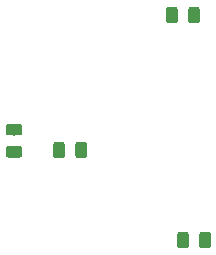
<source format=gbr>
G04 #@! TF.GenerationSoftware,KiCad,Pcbnew,6.0.0-rc1-unknown-7c960aa~66~ubuntu18.04.1*
G04 #@! TF.CreationDate,2018-10-18T20:47:30-04:00*
G04 #@! TF.ProjectId,Tach Circuit,5461636820436972637569742E6B6963,rev?*
G04 #@! TF.SameCoordinates,Original*
G04 #@! TF.FileFunction,Paste,Top*
G04 #@! TF.FilePolarity,Positive*
%FSLAX46Y46*%
G04 Gerber Fmt 4.6, Leading zero omitted, Abs format (unit mm)*
G04 Created by KiCad (PCBNEW 6.0.0-rc1-unknown-7c960aa~66~ubuntu18.04.1) date Thu 18 Oct 2018 08:47:30 PM EDT*
%MOMM*%
%LPD*%
G01*
G04 APERTURE LIST*
%ADD10C,0.100000*%
%ADD11C,0.975000*%
G04 APERTURE END LIST*
D10*
G04 #@! TO.C,R2*
G36*
X143172642Y104838826D02*
X143196303Y104835316D01*
X143219507Y104829504D01*
X143242029Y104821446D01*
X143263653Y104811218D01*
X143284170Y104798921D01*
X143303383Y104784671D01*
X143321107Y104768607D01*
X143337171Y104750883D01*
X143351421Y104731670D01*
X143363718Y104711153D01*
X143373946Y104689529D01*
X143382004Y104667007D01*
X143387816Y104643803D01*
X143391326Y104620142D01*
X143392500Y104596250D01*
X143392500Y103683750D01*
X143391326Y103659858D01*
X143387816Y103636197D01*
X143382004Y103612993D01*
X143373946Y103590471D01*
X143363718Y103568847D01*
X143351421Y103548330D01*
X143337171Y103529117D01*
X143321107Y103511393D01*
X143303383Y103495329D01*
X143284170Y103481079D01*
X143263653Y103468782D01*
X143242029Y103458554D01*
X143219507Y103450496D01*
X143196303Y103444684D01*
X143172642Y103441174D01*
X143148750Y103440000D01*
X142661250Y103440000D01*
X142637358Y103441174D01*
X142613697Y103444684D01*
X142590493Y103450496D01*
X142567971Y103458554D01*
X142546347Y103468782D01*
X142525830Y103481079D01*
X142506617Y103495329D01*
X142488893Y103511393D01*
X142472829Y103529117D01*
X142458579Y103548330D01*
X142446282Y103568847D01*
X142436054Y103590471D01*
X142427996Y103612993D01*
X142422184Y103636197D01*
X142418674Y103659858D01*
X142417500Y103683750D01*
X142417500Y104596250D01*
X142418674Y104620142D01*
X142422184Y104643803D01*
X142427996Y104667007D01*
X142436054Y104689529D01*
X142446282Y104711153D01*
X142458579Y104731670D01*
X142472829Y104750883D01*
X142488893Y104768607D01*
X142506617Y104784671D01*
X142525830Y104798921D01*
X142546347Y104811218D01*
X142567971Y104821446D01*
X142590493Y104829504D01*
X142613697Y104835316D01*
X142637358Y104838826D01*
X142661250Y104840000D01*
X143148750Y104840000D01*
X143172642Y104838826D01*
X143172642Y104838826D01*
G37*
D11*
X142905000Y104140000D03*
D10*
G36*
X145047642Y104838826D02*
X145071303Y104835316D01*
X145094507Y104829504D01*
X145117029Y104821446D01*
X145138653Y104811218D01*
X145159170Y104798921D01*
X145178383Y104784671D01*
X145196107Y104768607D01*
X145212171Y104750883D01*
X145226421Y104731670D01*
X145238718Y104711153D01*
X145248946Y104689529D01*
X145257004Y104667007D01*
X145262816Y104643803D01*
X145266326Y104620142D01*
X145267500Y104596250D01*
X145267500Y103683750D01*
X145266326Y103659858D01*
X145262816Y103636197D01*
X145257004Y103612993D01*
X145248946Y103590471D01*
X145238718Y103568847D01*
X145226421Y103548330D01*
X145212171Y103529117D01*
X145196107Y103511393D01*
X145178383Y103495329D01*
X145159170Y103481079D01*
X145138653Y103468782D01*
X145117029Y103458554D01*
X145094507Y103450496D01*
X145071303Y103444684D01*
X145047642Y103441174D01*
X145023750Y103440000D01*
X144536250Y103440000D01*
X144512358Y103441174D01*
X144488697Y103444684D01*
X144465493Y103450496D01*
X144442971Y103458554D01*
X144421347Y103468782D01*
X144400830Y103481079D01*
X144381617Y103495329D01*
X144363893Y103511393D01*
X144347829Y103529117D01*
X144333579Y103548330D01*
X144321282Y103568847D01*
X144311054Y103590471D01*
X144302996Y103612993D01*
X144297184Y103636197D01*
X144293674Y103659858D01*
X144292500Y103683750D01*
X144292500Y104596250D01*
X144293674Y104620142D01*
X144297184Y104643803D01*
X144302996Y104667007D01*
X144311054Y104689529D01*
X144321282Y104711153D01*
X144333579Y104731670D01*
X144347829Y104750883D01*
X144363893Y104768607D01*
X144381617Y104784671D01*
X144400830Y104798921D01*
X144421347Y104811218D01*
X144442971Y104821446D01*
X144465493Y104829504D01*
X144488697Y104835316D01*
X144512358Y104838826D01*
X144536250Y104840000D01*
X145023750Y104840000D01*
X145047642Y104838826D01*
X145047642Y104838826D01*
G37*
D11*
X144780000Y104140000D03*
G04 #@! TD*
D10*
G04 #@! TO.C,R1*
G36*
X135492642Y93408826D02*
X135516303Y93405316D01*
X135539507Y93399504D01*
X135562029Y93391446D01*
X135583653Y93381218D01*
X135604170Y93368921D01*
X135623383Y93354671D01*
X135641107Y93338607D01*
X135657171Y93320883D01*
X135671421Y93301670D01*
X135683718Y93281153D01*
X135693946Y93259529D01*
X135702004Y93237007D01*
X135707816Y93213803D01*
X135711326Y93190142D01*
X135712500Y93166250D01*
X135712500Y92253750D01*
X135711326Y92229858D01*
X135707816Y92206197D01*
X135702004Y92182993D01*
X135693946Y92160471D01*
X135683718Y92138847D01*
X135671421Y92118330D01*
X135657171Y92099117D01*
X135641107Y92081393D01*
X135623383Y92065329D01*
X135604170Y92051079D01*
X135583653Y92038782D01*
X135562029Y92028554D01*
X135539507Y92020496D01*
X135516303Y92014684D01*
X135492642Y92011174D01*
X135468750Y92010000D01*
X134981250Y92010000D01*
X134957358Y92011174D01*
X134933697Y92014684D01*
X134910493Y92020496D01*
X134887971Y92028554D01*
X134866347Y92038782D01*
X134845830Y92051079D01*
X134826617Y92065329D01*
X134808893Y92081393D01*
X134792829Y92099117D01*
X134778579Y92118330D01*
X134766282Y92138847D01*
X134756054Y92160471D01*
X134747996Y92182993D01*
X134742184Y92206197D01*
X134738674Y92229858D01*
X134737500Y92253750D01*
X134737500Y93166250D01*
X134738674Y93190142D01*
X134742184Y93213803D01*
X134747996Y93237007D01*
X134756054Y93259529D01*
X134766282Y93281153D01*
X134778579Y93301670D01*
X134792829Y93320883D01*
X134808893Y93338607D01*
X134826617Y93354671D01*
X134845830Y93368921D01*
X134866347Y93381218D01*
X134887971Y93391446D01*
X134910493Y93399504D01*
X134933697Y93405316D01*
X134957358Y93408826D01*
X134981250Y93410000D01*
X135468750Y93410000D01*
X135492642Y93408826D01*
X135492642Y93408826D01*
G37*
D11*
X135225000Y92710000D03*
D10*
G36*
X133617642Y93408826D02*
X133641303Y93405316D01*
X133664507Y93399504D01*
X133687029Y93391446D01*
X133708653Y93381218D01*
X133729170Y93368921D01*
X133748383Y93354671D01*
X133766107Y93338607D01*
X133782171Y93320883D01*
X133796421Y93301670D01*
X133808718Y93281153D01*
X133818946Y93259529D01*
X133827004Y93237007D01*
X133832816Y93213803D01*
X133836326Y93190142D01*
X133837500Y93166250D01*
X133837500Y92253750D01*
X133836326Y92229858D01*
X133832816Y92206197D01*
X133827004Y92182993D01*
X133818946Y92160471D01*
X133808718Y92138847D01*
X133796421Y92118330D01*
X133782171Y92099117D01*
X133766107Y92081393D01*
X133748383Y92065329D01*
X133729170Y92051079D01*
X133708653Y92038782D01*
X133687029Y92028554D01*
X133664507Y92020496D01*
X133641303Y92014684D01*
X133617642Y92011174D01*
X133593750Y92010000D01*
X133106250Y92010000D01*
X133082358Y92011174D01*
X133058697Y92014684D01*
X133035493Y92020496D01*
X133012971Y92028554D01*
X132991347Y92038782D01*
X132970830Y92051079D01*
X132951617Y92065329D01*
X132933893Y92081393D01*
X132917829Y92099117D01*
X132903579Y92118330D01*
X132891282Y92138847D01*
X132881054Y92160471D01*
X132872996Y92182993D01*
X132867184Y92206197D01*
X132863674Y92229858D01*
X132862500Y92253750D01*
X132862500Y93166250D01*
X132863674Y93190142D01*
X132867184Y93213803D01*
X132872996Y93237007D01*
X132881054Y93259529D01*
X132891282Y93281153D01*
X132903579Y93301670D01*
X132917829Y93320883D01*
X132933893Y93338607D01*
X132951617Y93354671D01*
X132970830Y93368921D01*
X132991347Y93381218D01*
X133012971Y93391446D01*
X133035493Y93399504D01*
X133058697Y93405316D01*
X133082358Y93408826D01*
X133106250Y93410000D01*
X133593750Y93410000D01*
X133617642Y93408826D01*
X133617642Y93408826D01*
G37*
D11*
X133350000Y92710000D03*
G04 #@! TD*
D10*
G04 #@! TO.C,R0*
G36*
X130020142Y93048826D02*
X130043803Y93045316D01*
X130067007Y93039504D01*
X130089529Y93031446D01*
X130111153Y93021218D01*
X130131670Y93008921D01*
X130150883Y92994671D01*
X130168607Y92978607D01*
X130184671Y92960883D01*
X130198921Y92941670D01*
X130211218Y92921153D01*
X130221446Y92899529D01*
X130229504Y92877007D01*
X130235316Y92853803D01*
X130238826Y92830142D01*
X130240000Y92806250D01*
X130240000Y92318750D01*
X130238826Y92294858D01*
X130235316Y92271197D01*
X130229504Y92247993D01*
X130221446Y92225471D01*
X130211218Y92203847D01*
X130198921Y92183330D01*
X130184671Y92164117D01*
X130168607Y92146393D01*
X130150883Y92130329D01*
X130131670Y92116079D01*
X130111153Y92103782D01*
X130089529Y92093554D01*
X130067007Y92085496D01*
X130043803Y92079684D01*
X130020142Y92076174D01*
X129996250Y92075000D01*
X129083750Y92075000D01*
X129059858Y92076174D01*
X129036197Y92079684D01*
X129012993Y92085496D01*
X128990471Y92093554D01*
X128968847Y92103782D01*
X128948330Y92116079D01*
X128929117Y92130329D01*
X128911393Y92146393D01*
X128895329Y92164117D01*
X128881079Y92183330D01*
X128868782Y92203847D01*
X128858554Y92225471D01*
X128850496Y92247993D01*
X128844684Y92271197D01*
X128841174Y92294858D01*
X128840000Y92318750D01*
X128840000Y92806250D01*
X128841174Y92830142D01*
X128844684Y92853803D01*
X128850496Y92877007D01*
X128858554Y92899529D01*
X128868782Y92921153D01*
X128881079Y92941670D01*
X128895329Y92960883D01*
X128911393Y92978607D01*
X128929117Y92994671D01*
X128948330Y93008921D01*
X128968847Y93021218D01*
X128990471Y93031446D01*
X129012993Y93039504D01*
X129036197Y93045316D01*
X129059858Y93048826D01*
X129083750Y93050000D01*
X129996250Y93050000D01*
X130020142Y93048826D01*
X130020142Y93048826D01*
G37*
D11*
X129540000Y92562500D03*
D10*
G36*
X130020142Y94923826D02*
X130043803Y94920316D01*
X130067007Y94914504D01*
X130089529Y94906446D01*
X130111153Y94896218D01*
X130131670Y94883921D01*
X130150883Y94869671D01*
X130168607Y94853607D01*
X130184671Y94835883D01*
X130198921Y94816670D01*
X130211218Y94796153D01*
X130221446Y94774529D01*
X130229504Y94752007D01*
X130235316Y94728803D01*
X130238826Y94705142D01*
X130240000Y94681250D01*
X130240000Y94193750D01*
X130238826Y94169858D01*
X130235316Y94146197D01*
X130229504Y94122993D01*
X130221446Y94100471D01*
X130211218Y94078847D01*
X130198921Y94058330D01*
X130184671Y94039117D01*
X130168607Y94021393D01*
X130150883Y94005329D01*
X130131670Y93991079D01*
X130111153Y93978782D01*
X130089529Y93968554D01*
X130067007Y93960496D01*
X130043803Y93954684D01*
X130020142Y93951174D01*
X129996250Y93950000D01*
X129083750Y93950000D01*
X129059858Y93951174D01*
X129036197Y93954684D01*
X129012993Y93960496D01*
X128990471Y93968554D01*
X128968847Y93978782D01*
X128948330Y93991079D01*
X128929117Y94005329D01*
X128911393Y94021393D01*
X128895329Y94039117D01*
X128881079Y94058330D01*
X128868782Y94078847D01*
X128858554Y94100471D01*
X128850496Y94122993D01*
X128844684Y94146197D01*
X128841174Y94169858D01*
X128840000Y94193750D01*
X128840000Y94681250D01*
X128841174Y94705142D01*
X128844684Y94728803D01*
X128850496Y94752007D01*
X128858554Y94774529D01*
X128868782Y94796153D01*
X128881079Y94816670D01*
X128895329Y94835883D01*
X128911393Y94853607D01*
X128929117Y94869671D01*
X128948330Y94883921D01*
X128968847Y94896218D01*
X128990471Y94906446D01*
X129012993Y94914504D01*
X129036197Y94920316D01*
X129059858Y94923826D01*
X129083750Y94925000D01*
X129996250Y94925000D01*
X130020142Y94923826D01*
X130020142Y94923826D01*
G37*
D11*
X129540000Y94437500D03*
G04 #@! TD*
D10*
G04 #@! TO.C,DNP1*
G36*
X145985142Y85788826D02*
X146008803Y85785316D01*
X146032007Y85779504D01*
X146054529Y85771446D01*
X146076153Y85761218D01*
X146096670Y85748921D01*
X146115883Y85734671D01*
X146133607Y85718607D01*
X146149671Y85700883D01*
X146163921Y85681670D01*
X146176218Y85661153D01*
X146186446Y85639529D01*
X146194504Y85617007D01*
X146200316Y85593803D01*
X146203826Y85570142D01*
X146205000Y85546250D01*
X146205000Y84633750D01*
X146203826Y84609858D01*
X146200316Y84586197D01*
X146194504Y84562993D01*
X146186446Y84540471D01*
X146176218Y84518847D01*
X146163921Y84498330D01*
X146149671Y84479117D01*
X146133607Y84461393D01*
X146115883Y84445329D01*
X146096670Y84431079D01*
X146076153Y84418782D01*
X146054529Y84408554D01*
X146032007Y84400496D01*
X146008803Y84394684D01*
X145985142Y84391174D01*
X145961250Y84390000D01*
X145473750Y84390000D01*
X145449858Y84391174D01*
X145426197Y84394684D01*
X145402993Y84400496D01*
X145380471Y84408554D01*
X145358847Y84418782D01*
X145338330Y84431079D01*
X145319117Y84445329D01*
X145301393Y84461393D01*
X145285329Y84479117D01*
X145271079Y84498330D01*
X145258782Y84518847D01*
X145248554Y84540471D01*
X145240496Y84562993D01*
X145234684Y84586197D01*
X145231174Y84609858D01*
X145230000Y84633750D01*
X145230000Y85546250D01*
X145231174Y85570142D01*
X145234684Y85593803D01*
X145240496Y85617007D01*
X145248554Y85639529D01*
X145258782Y85661153D01*
X145271079Y85681670D01*
X145285329Y85700883D01*
X145301393Y85718607D01*
X145319117Y85734671D01*
X145338330Y85748921D01*
X145358847Y85761218D01*
X145380471Y85771446D01*
X145402993Y85779504D01*
X145426197Y85785316D01*
X145449858Y85788826D01*
X145473750Y85790000D01*
X145961250Y85790000D01*
X145985142Y85788826D01*
X145985142Y85788826D01*
G37*
D11*
X145717500Y85090000D03*
D10*
G36*
X144110142Y85788826D02*
X144133803Y85785316D01*
X144157007Y85779504D01*
X144179529Y85771446D01*
X144201153Y85761218D01*
X144221670Y85748921D01*
X144240883Y85734671D01*
X144258607Y85718607D01*
X144274671Y85700883D01*
X144288921Y85681670D01*
X144301218Y85661153D01*
X144311446Y85639529D01*
X144319504Y85617007D01*
X144325316Y85593803D01*
X144328826Y85570142D01*
X144330000Y85546250D01*
X144330000Y84633750D01*
X144328826Y84609858D01*
X144325316Y84586197D01*
X144319504Y84562993D01*
X144311446Y84540471D01*
X144301218Y84518847D01*
X144288921Y84498330D01*
X144274671Y84479117D01*
X144258607Y84461393D01*
X144240883Y84445329D01*
X144221670Y84431079D01*
X144201153Y84418782D01*
X144179529Y84408554D01*
X144157007Y84400496D01*
X144133803Y84394684D01*
X144110142Y84391174D01*
X144086250Y84390000D01*
X143598750Y84390000D01*
X143574858Y84391174D01*
X143551197Y84394684D01*
X143527993Y84400496D01*
X143505471Y84408554D01*
X143483847Y84418782D01*
X143463330Y84431079D01*
X143444117Y84445329D01*
X143426393Y84461393D01*
X143410329Y84479117D01*
X143396079Y84498330D01*
X143383782Y84518847D01*
X143373554Y84540471D01*
X143365496Y84562993D01*
X143359684Y84586197D01*
X143356174Y84609858D01*
X143355000Y84633750D01*
X143355000Y85546250D01*
X143356174Y85570142D01*
X143359684Y85593803D01*
X143365496Y85617007D01*
X143373554Y85639529D01*
X143383782Y85661153D01*
X143396079Y85681670D01*
X143410329Y85700883D01*
X143426393Y85718607D01*
X143444117Y85734671D01*
X143463330Y85748921D01*
X143483847Y85761218D01*
X143505471Y85771446D01*
X143527993Y85779504D01*
X143551197Y85785316D01*
X143574858Y85788826D01*
X143598750Y85790000D01*
X144086250Y85790000D01*
X144110142Y85788826D01*
X144110142Y85788826D01*
G37*
D11*
X143842500Y85090000D03*
G04 #@! TD*
M02*

</source>
